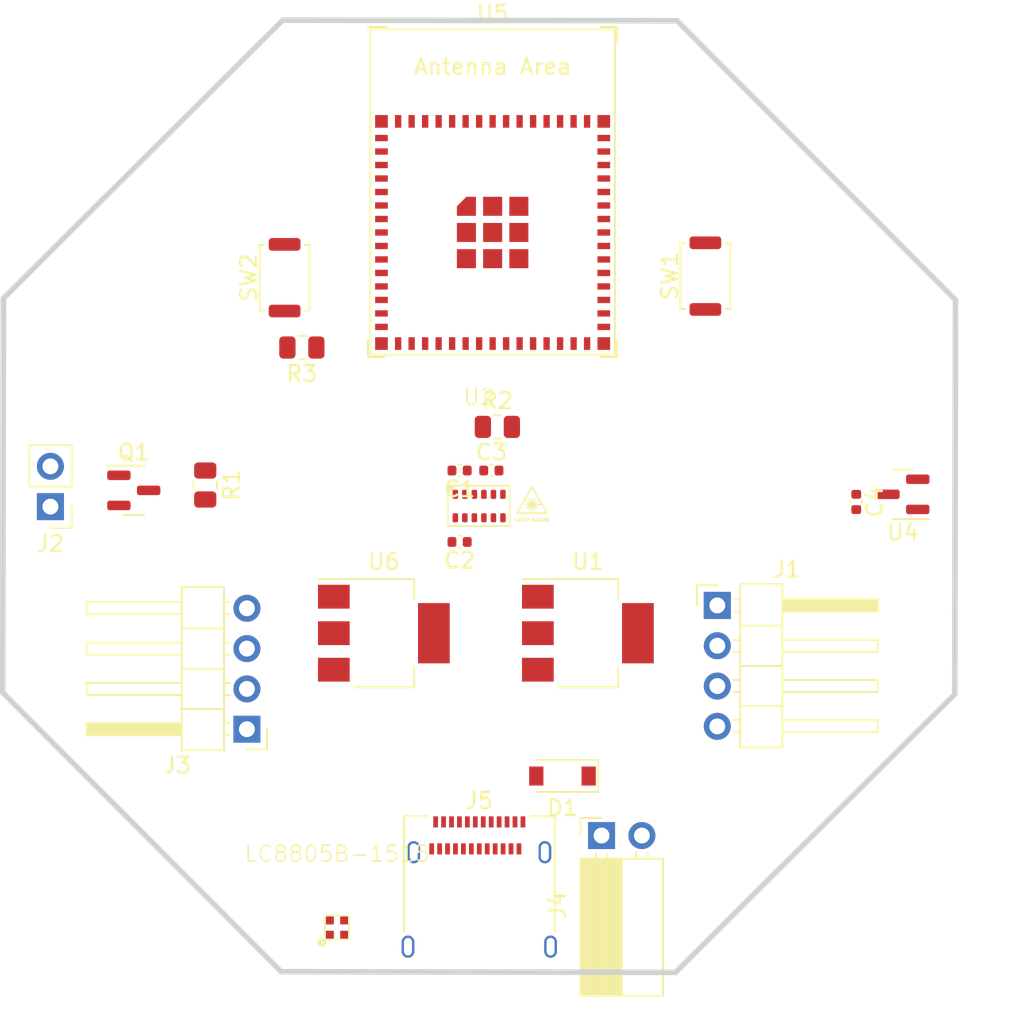
<source format=kicad_pcb>
(kicad_pcb (version 20221018) (generator pcbnew)
  (layers (0 "F.Cu" signal) (31 "B.Cu" signal) (34 "B.Paste" user) (35 "F.Paste" user) (36 "B.SilkS" user "B.Silkscreen") (37 "F.SilkS" user "F.Silkscreen") (38 "B.Mask" user) (39 "F.Mask" user) (44 "Edge.Cuts" user))
  (net 0 "")
  (net 1 "GND")
  (net 2 "+3.3V")
  (net 3 "VIN")
  (net 4 "Net-(D1-A)")
  (net 5 "RX")
  (net 6 "TX")
  (net 7 "Net-(Q1-E)")
  (net 8 "+5V")
  (net 9 "TMS")
  (net 10 "TDI")
  (net 11 "TDO")
  (net 12 "TCK")
  (net 13 "Enable_Motor")
  (net 14 "Enable")
  (net 15 "Net-(U5-GPIO0{slash}BOOT)")
  (net 16 "GPIO1")
  (net 17 "SCL")
  (net 18 "SDA")
  (net 19 "GPIO0")
  (net 20 "Hall_Effect_Sensor")
  (net 22 "D+")
  (net 23 "D-")
  (net 49 "Net-(U5-EN)")
  (net 50 "SLED")
  (footprint "Capacitor_SMD:C_0402_1005Metric" (layer "F.Cu") (at 162.75 99.73 -90)
    (fp_text reference "C4" (at 0 -1.16 90) (layer "F.SilkS"))
    (fp_text value " X7R 0.1 μF 6.3 V")
    (pad "1" smd roundrect (at -0.48 0 270) (size 0.56 0.62) (layers "F.Cu" "F.Paste" "F.Mask") (net 1 "GND"))
    (pad "2" smd roundrect (at 0.48 0 270) (size 0.56 0.62) (layers "F.Cu" "F.Paste" "F.Mask") (net 2 "+3.3V"))
  )
  (footprint "Button_Switch_SMD:SW_Push_SPST_NO_Alps_SKRK" (layer "F.Cu") (at 126.75 85.6 90)
    (fp_text reference "SW2" (at 0 -2.25 90) (layer "F.SilkS"))
    (fp_text value "RESET")
    (pad "1" smd roundrect (at -2.1 0 90) (size 0.8 2) (layers "F.Cu" "F.Paste" "F.Mask") (net 49 "Net-(U5-EN)"))
    (pad "2" smd roundrect (at 2.1 0 90) (size 0.8 2) (layers "F.Cu" "F.Paste" "F.Mask") (net 1 "GND"))
  )
  (footprint "PCM_Espressif:ESP32-S3-MINI-1" (layer "F.Cu") (at 139.85 82.75)
    (fp_text reference "U5" (at 0 -13.8) (layer "F.SilkS"))
    (fp_text value "ESP32-S3-MINI-1")
    (fp_text user "Antenna Area" (at 0 -10.45) (layer "F.SilkS"))
    (pad "1" smd rect (at -7 -5.95 90) (size 0.4 0.8) (layers "F.Cu" "F.Paste" "F.Mask") (net 1 "GND"))
    (pad "2" smd rect (at -7 -5.1 90) (size 0.4 0.8) (layers "F.Cu" "F.Paste" "F.Mask") (net 1 "GND"))
    (pad "3" smd rect (at -7 -4.25 90) (size 0.4 0.8) (layers "F.Cu" "F.Paste" "F.Mask") (net 2 "+3.3V"))
    (pad "4" smd rect (at -7 -3.4 90) (size 0.4 0.8) (layers "F.Cu" "F.Paste" "F.Mask") (net 15 "Net-(U5-GPIO0{slash}BOOT)"))
    (pad "5" smd rect (at -7 -2.55 90) (size 0.4 0.8) (layers "F.Cu" "F.Paste" "F.Mask") (net 14 "Enable"))
    (pad "6" smd rect (at -7 -1.7 90) (size 0.4 0.8) (layers "F.Cu" "F.Paste" "F.Mask") (net 17 "SCL"))
    (pad "7" smd rect (at -7 -0.85 90) (size 0.4 0.8) (layers "F.Cu" "F.Paste" "F.Mask") (net 18 "SDA"))
    (pad "8" smd rect (at -7 0 90) (size 0.4 0.8) (layers "F.Cu" "F.Paste" "F.Mask") (net 19 "GPIO0"))
    (pad "9" smd rect (at -7 0.85 90) (size 0.4 0.8) (layers "F.Cu" "F.Paste" "F.Mask") (net 16 "GPIO1"))
    (pad "10" smd rect (at -7 1.7 90) (size 0.4 0.8) (layers "F.Cu" "F.Paste" "F.Mask") (net 13 "Enable_Motor"))
    (pad "11" smd rect (at -7 2.55 90) (size 0.4 0.8) (layers "F.Cu" "F.Paste" "F.Mask"))
    (pad "12" smd rect (at -7 3.4 90) (size 0.4 0.8) (layers "F.Cu" "F.Paste" "F.Mask"))
    (pad "13" smd rect (at -7 4.25 90) (size 0.4 0.8) (layers "F.Cu" "F.Paste" "F.Mask") (net 20 "Hall_Effect_Sensor"))
    (pad "14" smd rect (at -7 5.1 90) (size 0.4 0.8) (layers "F.Cu" "F.Paste" "F.Mask"))
    (pad "15" smd rect (at -7 5.95 90) (size 0.4 0.8) (layers "F.Cu" "F.Paste" "F.Mask"))
    (pad "16" smd rect (at -5.95 7) (size 0.4 0.8) (layers "F.Cu" "F.Paste" "F.Mask") (net 50 "SLED"))
    (pad "17" smd rect (at -5.1 7) (size 0.4 0.8) (layers "F.Cu" "F.Paste" "F.Mask"))
    (pad "18" smd rect (at -4.25 7) (size 0.4 0.8) (layers "F.Cu" "F.Paste" "F.Mask"))
    (pad "19" smd rect (at -3.4 7) (size 0.4 0.8) (layers "F.Cu" "F.Paste" "F.Mask"))
    (pad "20" smd rect (at -2.55 7) (size 0.4 0.8) (layers "F.Cu" "F.Paste" "F.Mask"))
    (pad "21" smd rect (at -1.7 7) (size 0.4 0.8) (layers "F.Cu" "F.Paste" "F.Mask"))
    (pad "22" smd rect (at -0.85 7) (size 0.4 0.8) (layers "F.Cu" "F.Paste" "F.Mask"))
    (pad "23" smd rect (at 0 7) (size 0.4 0.8) (layers "F.Cu" "F.Paste" "F.Mask") (net 23 "D-"))
    (pad "24" smd rect (at 0.85 7) (size 0.4 0.8) (layers "F.Cu" "F.Paste" "F.Mask") (net 22 "D+"))
    (pad "25" smd rect (at 1.7 7) (size 0.4 0.8) (layers "F.Cu" "F.Paste" "F.Mask"))
    (pad "26" smd rect (at 2.55 7) (size 0.4 0.8) (layers "F.Cu" "F.Paste" "F.Mask"))
    (pad "27" smd rect (at 3.4 7) (size 0.4 0.8) (layers "F.Cu" "F.Paste" "F.Mask"))
    (pad "28" smd rect (at 4.25 7) (size 0.4 0.8) (layers "F.Cu" "F.Paste" "F.Mask"))
    (pad "29" smd rect (at 5.1 7) (size 0.4 0.8) (layers "F.Cu" "F.Paste" "F.Mask"))
    (pad "30" smd rect (at 5.95 7) (size 0.4 0.8) (layers "F.Cu" "F.Paste" "F.Mask"))
    (pad "31" smd rect (at 7 5.95 90) (size 0.4 0.8) (layers "F.Cu" "F.Paste" "F.Mask"))
    (pad "32" smd rect (at 7 5.1 90) (size 0.4 0.8) (layers "F.Cu" "F.Paste" "F.Mask"))
    (pad "33" smd rect (at 7 4.25 90) (size 0.4 0.8) (layers "F.Cu" "F.Paste" "F.Mask"))
    (pad "34" smd rect (at 7 3.4 90) (size 0.4 0.8) (layers "F.Cu" "F.Paste" "F.Mask"))
    (pad "35" smd rect (at 7 2.55 90) (size 0.4 0.8) (layers "F.Cu" "F.Paste" "F.Mask") (net 12 "TCK"))
    (pad "36" smd rect (at 7 1.7 90) (size 0.4 0.8) (layers "F.Cu" "F.Paste" "F.Mask") (net 11 "TDO"))
    (pad "37" smd rect (at 7 0.85 90) (size 0.4 0.8) (layers "F.Cu" "F.Paste" "F.Mask") (net 10 "TDI"))
    (pad "38" smd rect (at 7 0 90) (size 0.4 0.8) (layers "F.Cu" "F.Paste" "F.Mask") (net 9 "TMS"))
    (pad "39" smd rect (at 7 -0.85 90) (size 0.4 0.8) (layers "F.Cu" "F.Paste" "F.Mask") (net 6 "TX"))
    (pad "40" smd rect (at 7 -1.7 90) (size 0.4 0.8) (layers "F.Cu" "F.Paste" "F.Mask") (net 5 "RX"))
    (pad "41" smd rect (at 7 -2.55 90) (size 0.4 0.8) (layers "F.Cu" "F.Paste" "F.Mask"))
    (pad "42" smd rect (at 7 -3.4 90) (size 0.4 0.8) (layers "F.Cu" "F.Paste" "F.Mask") (net 1 "GND"))
    (pad "43" smd rect (at 7 -4.25 90) (size 0.4 0.8) (layers "F.Cu" "F.Paste" "F.Mask") (net 1 "GND"))
    (pad "44" smd rect (at 7 -5.1 90) (size 0.4 0.8) (layers "F.Cu" "F.Paste" "F.Mask"))
    (pad "45" smd rect (at 7 -5.95 90) (size 0.4 0.8) (layers "F.Cu" "F.Paste" "F.Mask") (net 49 "Net-(U5-EN)"))
    (pad "46" smd rect (at 5.95 -7) (size 0.4 0.8) (layers "F.Cu" "F.Paste" "F.Mask") (net 1 "GND"))
    (pad "47" smd rect (at 5.1 -7) (size 0.4 0.8) (layers "F.Cu" "F.Paste" "F.Mask") (net 1 "GND"))
    (pad "48" smd rect (at 4.25 -7) (size 0.4 0.8) (layers "F.Cu" "F.Paste" "F.Mask") (net 1 "GND"))
    (pad "49" smd rect (at 3.4 -7) (size 0.4 0.8) (layers "F.Cu" "F.Paste" "F.Mask") (net 1 "GND"))
    (pad "50" smd rect (at 2.55 -7) (size 0.4 0.8) (layers "F.Cu" "F.Paste" "F.Mask") (net 1 "GND"))
    (pad "51" smd rect (at 1.7 -7) (size 0.4 0.8) (layers "F.Cu" "F.Paste" "F.Mask") (net 1 "GND"))
    (pad "52" smd rect (at 0.85 -7) (size 0.4 0.8) (layers "F.Cu" "F.Paste" "F.Mask") (net 1 "GND"))
    (pad "53" smd rect (at 0 -7) (size 0.4 0.8) (layers "F.Cu" "F.Paste" "F.Mask") (net 1 "GND"))
    (pad "54" smd rect (at -0.85 -7) (size 0.4 0.8) (layers "F.Cu" "F.Paste" "F.Mask") (net 1 "GND"))
    (pad "55" smd rect (at -1.7 -7) (size 0.4 0.8) (layers "F.Cu" "F.Paste" "F.Mask") (net 1 "GND"))
    (pad "56" smd rect (at -2.55 -7) (size 0.4 0.8) (layers "F.Cu" "F.Paste" "F.Mask") (net 1 "GND"))
    (pad "57" smd rect (at -3.4 -7) (size 0.4 0.8) (layers "F.Cu" "F.Paste" "F.Mask") (net 1 "GND"))
    (pad "58" smd rect (at -4.25 -7) (size 0.4 0.8) (layers "F.Cu" "F.Paste" "F.Mask") (net 1 "GND"))
    (pad "59" smd rect (at -5.1 -7) (size 0.4 0.8) (layers "F.Cu" "F.Paste" "F.Mask") (net 1 "GND"))
    (pad "60" smd rect (at -5.95 -7) (size 0.4 0.8) (layers "F.Cu" "F.Paste" "F.Mask") (net 1 "GND"))
    (pad "61" smd custom (at -1.65 -1.65) (size 0.6 0.6) (layers "F.Cu" "F.Paste" "F.Mask") (net 1 "GND") (options (clearance outline) (anchor rect)) (primitives (gr_poly (pts (xy 0.6 0.6) (xy -0.6 0.6) (xy -0.6 0) (xy 0 -0.6) (xy 0.6 -0.6)) (width 0) (fill yes))))
    (pad "61" smd rect (at -1.65 0) (size 1.2 1.2) (layers "F.Cu" "F.Paste" "F.Mask") (net 1 "GND"))
    (pad "61" smd rect (at -1.65 1.65) (size 1.2 1.2) (layers "F.Cu" "F.Paste" "F.Mask") (net 1 "GND"))
    (pad "61" smd rect (at 0 -1.65) (size 1.2 1.2) (layers "F.Cu" "F.Paste" "F.Mask") (net 1 "GND"))
    (pad "61" smd rect (at 0 0) (size 1.2 1.2) (layers "F.Cu" "F.Paste" "F.Mask") (net 1 "GND"))
    (pad "61" smd rect (at 0 1.65) (size 1.2 1.2) (layers "F.Cu" "F.Paste" "F.Mask") (net 1 "GND"))
    (pad "61" smd rect (at 1.65 -1.65) (size 1.2 1.2) (layers "F.Cu" "F.Paste" "F.Mask") (net 1 "GND"))
    (pad "61" smd rect (at 1.65 0) (size 1.2 1.2) (layers "F.Cu" "F.Paste" "F.Mask") (net 1 "GND"))
    (pad "61" smd rect (at 1.65 1.65) (size 1.2 1.2) (layers "F.Cu" "F.Paste" "F.Mask") (net 1 "GND"))
    (pad "62" smd rect (at -7 -7 180) (size 0.8 0.8) (layers "F.Cu" "F.Paste" "F.Mask") (net 1 "GND"))
    (pad "63" smd rect (at -7 7 180) (size 0.8 0.8) (layers "F.Cu" "F.Paste" "F.Mask") (net 1 "GND"))
    (pad "64" smd rect (at 7 7 180) (size 0.8 0.8) (layers "F.Cu" "F.Paste" "F.Mask") (net 1 "GND"))
    (pad "65" smd rect (at 7 -7 180) (size 0.8 0.8) (layers "F.Cu" "F.Paste" "F.Mask") (net 1 "GND"))
  )
  (footprint "Connector_PinSocket_2.54mm:PinSocket_1x02_P2.54mm_Horizontal" (layer "F.Cu") (at 146.71 120.75 90)
    (fp_text reference "J4" (at -4.38 -2.77 90) (layer "F.SilkS"))
    (fp_text value "VIN")
    (pad "1" thru_hole rect (at 0 0 90) (size 1.7 1.7) (drill 1) (layers "*.Cu" "*.Mask") (net 3 "VIN"))
    (pad "2" thru_hole oval (at 0 2.54 90) (size 1.7 1.7) (drill 1) (layers "*.Cu" "*.Mask") (net 1 "GND"))
  )
  (footprint "Package_TO_SOT_SMD:SOT-23" (layer "F.Cu") (at 165.6875 99.25 180)
    (fp_text reference "U4" (at 0 -2.4) (layer "F.SilkS"))
    (fp_text value "DRV5055A2xDBZxQ1")
    (pad "1" smd roundrect (at -0.9375 -0.95 180) (size 1.475 0.6) (layers "F.Cu" "F.Paste" "F.Mask") (net 2 "+3.3V"))
    (pad "2" smd roundrect (at -0.9375 0.95 180) (size 1.475 0.6) (layers "F.Cu" "F.Paste" "F.Mask") (net 20 "Hall_Effect_Sensor"))
    (pad "3" smd roundrect (at 0.9375 0 180) (size 1.475 0.6) (layers "F.Cu" "F.Paste" "F.Mask") (net 1 "GND"))
  )
  (footprint "Connector_PinHeader_2.54mm:PinHeader_1x04_P2.54mm_Horizontal" (layer "F.Cu") (at 124.375 114.05 180)
    (fp_text reference "J3" (at 4.385 -2.27) (layer "F.SilkS"))
    (fp_text value "JTAG")
    (pad "1" thru_hole rect (at 0 0 180) (size 1.7 1.7) (drill 1) (layers "*.Cu" "*.Mask") (net 9 "TMS"))
    (pad "2" thru_hole oval (at 0 2.54 180) (size 1.7 1.7) (drill 1) (layers "*.Cu" "*.Mask") (net 10 "TDI"))
    (pad "3" thru_hole oval (at 0 5.08 180) (size 1.7 1.7) (drill 1) (layers "*.Cu" "*.Mask") (net 11 "TDO"))
    (pad "4" thru_hole oval (at 0 7.62 180) (size 1.7 1.7) (drill 1) (layers "*.Cu" "*.Mask") (net 12 "TCK"))
  )
  (footprint "Resistor_SMD:R_0805_2012Metric" (layer "F.Cu") (at 127.8375 90 180)
    (fp_text reference "R3" (at 0 -1.65) (layer "F.SilkS"))
    (fp_text value "1 Mohm")
    (pad "1" smd roundrect (at -0.9125 0 180) (size 1.025 1.4) (layers "F.Cu" "F.Paste" "F.Mask") (roundrect_rratio 0.243902) (net 2 "+3.3V"))
    (pad "2" smd roundrect (at 0.9125 0 180) (size 1.025 1.4) (layers "F.Cu" "F.Paste" "F.Mask") (roundrect_rratio 0.243902) (net 49 "Net-(U5-EN)"))
  )
  (footprint "Connector_PinHeader_2.54mm:PinHeader_1x02_P2.54mm_Vertical" (layer "F.Cu") (at 112 100.025 180)
    (fp_text reference "J2" (at 0 -2.33) (layer "F.SilkS"))
    (fp_text value "Motor")
    (pad "1" thru_hole rect (at 0 0 180) (size 1.7 1.7) (drill 1) (layers "*.Cu" "*.Mask") (net 7 "Net-(Q1-E)"))
    (pad "2" thru_hole oval (at 0 2.54 180) (size 1.7 1.7) (drill 1) (layers "*.Cu" "*.Mask") (net 8 "+5V"))
  )
  (footprint "Package_TO_SOT_SMD:SOT-23" (layer "F.Cu") (at 117.25 99)
    (fp_text reference "Q1" (at 0 -2.4) (layer "F.SilkS"))
    (fp_text value "BC847")
    (pad "1" smd roundrect (at -0.9375 -0.95) (size 1.475 0.6) (layers "F.Cu" "F.Paste" "F.Mask") (net 13 "Enable_Motor"))
    (pad "2" smd roundrect (at -0.9375 0.95) (size 1.475 0.6) (layers "F.Cu" "F.Paste" "F.Mask") (net 7 "Net-(Q1-E)"))
    (pad "3" smd roundrect (at 0.9375 0) (size 1.475 0.6) (layers "F.Cu" "F.Paste" "F.Mask") (net 1 "GND"))
  )
  (footprint "Connector_USB:USB_C_Receptacle_Amphenol_12401610E4-2A" (layer "F.Cu") (at 139.01 124.91)
    (fp_text reference "J5" (at 0 -6.36) (layer "F.SilkS"))
    (fp_text value "USB_C_Receptacle_USB2.0")
    (pad "" np_thru_hole circle (at -3.6 -4.36) (size 0.65 0.65) (drill 0.65) (layers "*.Cu" "*.Mask"))
    (pad "" np_thru_hole oval (at 3.6 -4.36) (size 0.95 0.65) (drill oval 0.95 0.65) (layers "*.Cu" "*.Mask"))
    (pad "A1" smd rect (at -2.75 -5.02) (size 0.3 0.7) (layers "F.Cu" "F.Paste" "F.Mask") (net 1 "GND"))
    (pad "A2" smd rect (at -2.25 -5.02) (size 0.3 0.7) (layers "F.Cu" "F.Paste" "F.Mask"))
    (pad "A3" smd rect (at -1.75 -5.02) (size 0.3 0.7) (layers "F.Cu" "F.Paste" "F.Mask"))
    (pad "A4" smd rect (at -1.25 -5.02) (size 0.3 0.7) (layers "F.Cu" "F.Paste" "F.Mask") (net 4 "Net-(D1-A)"))
    (pad "A5" smd rect (at -0.75 -5.02) (size 0.3 0.7) (layers "F.Cu" "F.Paste" "F.Mask"))
    (pad "A6" smd rect (at -0.25 -5.02) (size 0.3 0.7) (layers "F.Cu" "F.Paste" "F.Mask") (net 22 "D+"))
    (pad "A7" smd rect (at 0.25 -5.02) (size 0.3 0.7) (layers "F.Cu" "F.Paste" "F.Mask") (net 23 "D-"))
    (pad "A8" smd rect (at 0.75 -5.02) (size 0.3 0.7) (layers "F.Cu" "F.Paste" "F.Mask"))
    (pad "A9" smd rect (at 1.25 -5.02) (size 0.3 0.7) (layers "F.Cu" "F.Paste" "F.Mask") (net 4 "Net-(D1-A)"))
    (pad "A10" smd rect (at 1.75 -5.02) (size 0.3 0.7) (layers "F.Cu" "F.Paste" "F.Mask"))
    (pad "A11" smd rect (at 2.25 -5.02) (size 0.3 0.7) (layers "F.Cu" "F.Paste" "F.Mask"))
    (pad "A12" smd rect (at 2.75 -5.02) (size 0.3 0.7) (layers "F.Cu" "F.Paste" "F.Mask") (net 1 "GND"))
    (pad "B1" smd rect (at 2.5 -3.32) (size 0.3 0.7) (layers "F.Cu" "F.Paste" "F.Mask") (net 1 "GND"))
    (pad "B2" smd rect (at 2 -3.32) (size 0.3 0.7) (layers "F.Cu" "F.Paste" "F.Mask"))
    (pad "B3" smd rect (at 1.5 -3.32) (size 0.3 0.7) (layers "F.Cu" "F.Paste" "F.Mask"))
    (pad "B4" smd rect (at 1 -3.32) (size 0.3 0.7) (layers "F.Cu" "F.Paste" "F.Mask") (net 4 "Net-(D1-A)"))
    (pad "B5" smd rect (at 0.5 -3.32) (size 0.3 0.7) (layers "F.Cu" "F.Paste" "F.Mask"))
    (pad "B6" smd rect (at 0 -3.32) (size 0.3 0.7) (layers "F.Cu" "F.Paste" "F.Mask") (net 22 "D+"))
    (pad "B7" smd rect (at -0.5 -3.32) (size 0.3 0.7) (layers "F.Cu" "F.Paste" "F.Mask") (net 23 "D-"))
    (pad "B8" smd rect (at -1 -3.32) (size 0.3 0.7) (layers "F.Cu" "F.Paste" "F.Mask"))
    (pad "B9" smd rect (at -1.5 -3.32) (size 0.3 0.7) (layers "F.Cu" "F.Paste" "F.Mask") (net 4 "Net-(D1-A)"))
    (pad "B10" smd rect (at -2 -3.32) (size 0.3 0.7) (layers "F.Cu" "F.Paste" "F.Mask"))
    (pad "B11" smd rect (at -2.5 -3.32) (size 0.3 0.7) (layers "F.Cu" "F.Paste" "F.Mask"))
    (pad "B12" smd rect (at -3 -3.32) (size 0.3 0.7) (layers "F.Cu" "F.Paste" "F.Mask") (net 1 "GND"))
    (pad "S1" thru_hole oval (at -4.49 2.84) (size 0.8 1.4) (drill oval 0.5 1.1) (layers "*.Cu" "*.Mask") (net 1 "GND"))
    (pad "S1" thru_hole oval (at -4.13 -3.11) (size 0.8 1.4) (drill oval 0.5 1.1) (layers "*.Cu" "*.Mask") (net 1 "GND"))
    (pad "S1" thru_hole oval (at 4.13 -3.11) (size 0.8 1.4) (drill oval 0.5 1.1) (layers "*.Cu" "*.Mask") (net 1 "GND"))
    (pad "S1" thru_hole oval (at 4.49 2.84) (size 0.8 1.4) (drill oval 0.5 1.1) (layers "*.Cu" "*.Mask") (net 1 "GND"))
  )
  (footprint "Connector_PinHeader_2.54mm:PinHeader_1x04_P2.54mm_Horizontal" (layer "F.Cu") (at 154 106.25)
    (fp_text reference "J1" (at 4.385 -2.27) (layer "F.SilkS"))
    (fp_text value "UART")
    (pad "1" thru_hole rect (at 0 0) (size 1.7 1.7) (drill 1) (layers "*.Cu" "*.Mask") (net 2 "+3.3V"))
    (pad "2" thru_hole oval (at 0 2.54) (size 1.7 1.7) (drill 1) (layers "*.Cu" "*.Mask") (net 5 "RX"))
    (pad "3" thru_hole oval (at 0 5.08) (size 1.7 1.7) (drill 1) (layers "*.Cu" "*.Mask") (net 6 "TX"))
    (pad "4" thru_hole oval (at 0 7.62) (size 1.7 1.7) (drill 1) (layers "*.Cu" "*.Mask") (net 1 "GND"))
  )
  (footprint "Diode_SMD:D_SOD-123" (layer "F.Cu") (at 144.25 117 180)
    (fp_text reference "D1" (at 0 -2) (layer "F.SilkS"))
    (fp_text value "MBR0520")
    (pad "1" smd rect (at -1.65 0 180) (size 0.9 1.2) (layers "F.Cu" "F.Paste" "F.Mask") (net 3 "VIN"))
    (pad "2" smd rect (at 1.65 0 180) (size 0.9 1.2) (layers "F.Cu" "F.Paste" "F.Mask") (net 4 "Net-(D1-A)"))
  )
  (footprint "led:LC8805B-1515" (layer "F.Cu") (at 130.05 122.4)
    (fp_text reference "LC8805B-1515" (at 0 -0.5 unlocked) (layer "F.SilkS") (effects (font (thickness 0.1))))
    (fp_text value "~")
    (pad "1" smd rect (at -0.45 4.6) (size 0.5 0.5) (layers "F.Cu" "F.Paste" "F.Mask"))
    (pad "2" smd rect (at 0.45 4.6) (size 0.5 0.5) (layers "F.Cu" "F.Paste" "F.Mask"))
    (pad "3" smd rect (at 0.45 3.7) (size 0.5 0.5) (layers "F.Cu" "F.Paste" "F.Mask"))
    (pad "4" smd rect (at -0.45 3.7) (size 0.5 0.5) (layers "F.Cu" "F.Paste" "F.Mask"))
  )
  (footprint "Package_TO_SOT_SMD:SOT-223-3_TabPin2" (layer "F.Cu") (at 133 108)
    (fp_text reference "U6" (at 0 -4.5) (layer "F.SilkS"))
    (fp_text value "AMS1117-3.3")
    (pad "1" smd rect (at -3.15 -2.3) (size 2 1.5) (layers "F.Cu" "F.Paste" "F.Mask") (net 1 "GND"))
    (pad "2" smd rect (at -3.15 0) (size 2 1.5) (layers "F.Cu" "F.Paste" "F.Mask") (net 2 "+3.3V"))
    (pad "2" smd rect (at 3.15 0) (size 2 3.8) (layers "F.Cu" "F.Paste" "F.Mask") (net 2 "+3.3V"))
    (pad "3" smd rect (at -3.15 2.3) (size 2 1.5) (layers "F.Cu" "F.Paste" "F.Mask") (net 3 "VIN"))
  )
  (footprint "Resistor_SMD:R_0805_2012Metric" (layer "F.Cu") (at 140.149573 95)
    (fp_text reference "R2" (at 0 -1.65) (layer "F.SilkS"))
    (fp_text value "1Mohm")
    (pad "1" smd roundrect (at -0.9125 0) (size 1.025 1.4) (layers "F.Cu" "F.Paste" "F.Mask") (roundrect_rratio 0.243902) (net 14 "Enable"))
    (pad "2" smd roundrect (at 0.9125 0) (size 1.025 1.4) (layers "F.Cu" "F.Paste" "F.Mask") (roundrect_rratio 0.243902) (net 1 "GND"))
  )
  (footprint "ToF:TMF8805" (layer "F.Cu") (at 138.996857 93.62647)
    (fp_text reference "U2" (at 0 -0.5 unlocked) (layer "F.SilkS") (effects (font (thickness 0.1))))
    (fp_text value "~")
    (fp_text user "LASER HAZARD" (at 2.217666 7.357707 unlocked) (layer "F.SilkS") (effects (font (size 0.2 0.2) (thickness 0.05)) (justify left bottom)))
    (pad "1" smd roundrect (at -1.496857 7.09953 180) (size 0.35 0.575) (layers "F.Cu" "F.Paste" "F.Mask") (net 2 "+3.3V"))
    (pad "2" smd roundrect (at -0.896857 7.09953 180) (size 0.35 0.575) (layers "F.Cu" "F.Paste" "F.Mask") (net 1 "GND"))
    (pad "3" smd roundrect (at -0.296857 7.09953 180) (size 0.35 0.575) (layers "F.Cu" "F.Paste" "F.Mask") (net 16 "GPIO1"))
    (pad "4" smd roundrect (at 0.303143 7.09953 180) (size 0.35 0.575) (layers "F.Cu" "F.Paste" "F.Mask") (net 1 "GND"))
    (pad "5" smd roundrect (at 0.903143 7.09953 180) (size 0.35 0.575) (layers "F.Cu" "F.Paste" "F.Mask") (net 17 "SCL"))
    (pad "6" smd roundrect (at 1.503143 7.09953 180) (size 0.35 0.575) (layers "F.Cu" "F.Paste" "F.Mask") (net 18 "SDA"))
    (pad "7" smd roundrect (at 1.503143 5.62353 180) (size 0.35 0.575) (layers "F.Cu" "F.Paste" "F.Mask") (net 1 "GND"))
    (pad "8" smd roundrect (at 0.903143 5.62353 180) (size 0.35 0.575) (layers "F.Cu" "F.Paste" "F.Mask") (net 2 "+3.3V"))
    (pad "9" smd roundrect (at 0.303143 5.62353 180) (size 0.35 0.575) (layers "F.Cu" "F.Paste" "F.Mask") (net 14 "Enable"))
    (pad "10" smd roundrect (at -0.296857 5.62353 180) (size 0.35 0.575) (layers "F.Cu" "F.Paste" "F.Mask") (net 19 "GPIO0"))
    (pad "11" smd roundrect (at -0.896857 5.62353 180) (size 0.35 0.575) (layers "F.Cu" "F.Paste" "F.Mask") (net 1 "GND"))
    (pad "12" smd roundrect (at -1.496857 5.62353 180) (size 0.35 0.575) (layers "F.Cu" "F.Paste" "F.Mask") (net 2 "+3.3V"))
  )
  (footprint "Resistor_SMD:R_0805_2012Metric" (layer "F.Cu") (at 121.75 98.6625 -90)
    (fp_text reference "R1" (at 0 -1.65 90) (layer "F.SilkS"))
    (fp_text value "1Mohm")
    (pad "1" smd roundrect (at -0.9125 0 270) (size 1.025 1.4) (layers "F.Cu" "F.Paste" "F.Mask") (roundrect_rratio 0.243902) (net 13 "Enable_Motor"))
    (pad "2" smd roundrect (at 0.9125 0 270) (size 1.025 1.4) (layers "F.Cu" "F.Paste" "F.Mask") (roundrect_rratio 0.243902) (net 1 "GND"))
  )
  (footprint "Capacitor_SMD:C_0402_1005Metric" (layer "F.Cu") (at 137.77 97.75 180)
    (fp_text reference "C1" (at 0 -1.16) (layer "F.SilkS"))
    (fp_text value " X7R 0.1 μF 6.3 V")
    (pad "1" smd roundrect (at -0.48 0 180) (size 0.56 0.62) (layers "F.Cu" "F.Paste" "F.Mask") (net 1 "GND"))
    (pad "2" smd roundrect (at 0.48 0 180) (size 0.56 0.62) (layers "F.Cu" "F.Paste" "F.Mask") (net 2 "+3.3V"))
  )
  (footprint "Package_TO_SOT_SMD:SOT-223-3_TabPin2" (layer "F.Cu") (at 145.85 108)
    (fp_text reference "U1" (at 0 -4.5) (layer "F.SilkS"))
    (fp_text value "AMS1117-5.0")
    (pad "1" smd rect (at -3.15 -2.3) (size 2 1.5) (layers "F.Cu" "F.Paste" "F.Mask") (net 1 "GND"))
    (pad "2" smd rect (at -3.15 0) (size 2 1.5) (layers "F.Cu" "F.Paste" "F.Mask") (net 8 "+5V"))
    (pad "2" smd rect (at 3.15 0) (size 2 3.8) (layers "F.Cu" "F.Paste" "F.Mask") (net 8 "+5V"))
    (pad "3" smd rect (at -3.15 2.3) (size 2 1.5) (layers "F.Cu" "F.Paste" "F.Mask") (net 3 "VIN"))
  )
  (footprint "Button_Switch_SMD:SW_Push_SPST_NO_Alps_SKRK" (layer "F.Cu") (at 153.25 85.5 90)
    (fp_text reference "SW1" (at 0 -2.25 90) (layer "F.SilkS"))
    (fp_text value "BOOT")
    (pad "1" smd roundrect (at -2.1 0 90) (size 0.8 2) (layers "F.Cu" "F.Paste" "F.Mask") (net 1 "GND"))
    (pad "2" smd roundrect (at 2.1 0 90) (size 0.8 2) (layers "F.Cu" "F.Paste" "F.Mask") (net 15 "Net-(U5-GPIO0{slash}BOOT)"))
  )
  (footprint "Capacitor_SMD:C_0402_1005Metric" (layer "F.Cu") (at 139.77 97.75)
    (fp_text reference "C3" (at 0 -1.16) (layer "F.SilkS"))
    (fp_text value " X7R 0.1 μF 6.3 V")
    (pad "1" smd roundrect (at -0.48 0) (size 0.56 0.62) (layers "F.Cu" "F.Paste" "F.Mask") (net 1 "GND"))
    (pad "2" smd roundrect (at 0.48 0) (size 0.56 0.62) (layers "F.Cu" "F.Paste" "F.Mask") (net 2 "+3.3V"))
  )
  (footprint "Capacitor_SMD:C_0402_1005Metric" (layer "F.Cu") (at 137.77 102.25 180)
    (fp_text reference "C2" (at 0 -1.16) (layer "F.SilkS"))
    (fp_text value " X7R 0.1 μF 6.3 V")
    (pad "1" smd roundrect (at -0.48 0 180) (size 0.56 0.62) (layers "F.Cu" "F.Paste" "F.Mask") (net 1 "GND"))
    (pad "2" smd roundrect (at 0.48 0 180) (size 0.56 0.62) (layers "F.Cu" "F.Paste" "F.Mask") (net 2 "+3.3V"))
  )
  (gr_line (start 169 87) (end 151.466595 69.409759) (stroke (width 0.349999)) (layer "Edge.Cuts"))
  (gr_line (start 168.959813 111.836166) (end 169 87) (stroke (width 0.349999)) (layer "Edge.Cuts"))
  (gr_line (start 151.369572 129.369571) (end 168.959813 111.836166) (stroke (width 0.349999)) (layer "Edge.Cuts"))
  (gr_line (start 109.000002 111.739143) (end 126.533408 129.329384) (stroke (width 0.349999)) (layer "Edge.Cuts"))
  (gr_line (start 109.04019 86.902977) (end 109.000002 111.739143) (stroke (width 0.349999)) (layer "Edge.Cuts"))
  (gr_line (start 126.533408 129.329384) (end 151.369572 129.369571) (stroke (width 0.349999)) (layer "Edge.Cuts"))
  (gr_line (start 126.630431 69.369571) (end 109.04019 86.902977) (stroke (width 0.349999)) (layer "Edge.Cuts"))
  (gr_line (start 151.466595 69.409759) (end 126.630431 69.369571) (stroke (width 0.349999)) (layer "Edge.Cuts"))
)
</source>
